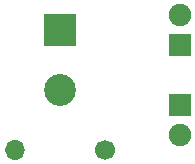
<source format=gbr>
%TF.GenerationSoftware,KiCad,Pcbnew,5.1.6-c6e7f7d~87~ubuntu20.04.1*%
%TF.CreationDate,2020-09-28T13:14:46-03:00*%
%TF.ProjectId,dois-leds,646f6973-2d6c-4656-9473-2e6b69636164,rev?*%
%TF.SameCoordinates,Original*%
%TF.FileFunction,Soldermask,Bot*%
%TF.FilePolarity,Negative*%
%FSLAX46Y46*%
G04 Gerber Fmt 4.6, Leading zero omitted, Abs format (unit mm)*
G04 Created by KiCad (PCBNEW 5.1.6-c6e7f7d~87~ubuntu20.04.1) date 2020-09-28 13:14:46*
%MOMM*%
%LPD*%
G01*
G04 APERTURE LIST*
%ADD10C,2.700000*%
%ADD11R,2.700000X2.700000*%
%ADD12O,1.700000X1.700000*%
%ADD13C,1.700000*%
%ADD14C,1.900000*%
%ADD15R,1.900000X1.900000*%
G04 APERTURE END LIST*
D10*
%TO.C,V1*%
X43180000Y-59690000D03*
D11*
X43180000Y-54610000D03*
%TD*%
D12*
%TO.C,R1*%
X39370000Y-64770000D03*
D13*
X46990000Y-64770000D03*
%TD*%
D14*
%TO.C,D2*%
X53340000Y-63500000D03*
D15*
X53340000Y-60960000D03*
%TD*%
D14*
%TO.C,D1*%
X53340000Y-53340000D03*
D15*
X53340000Y-55880000D03*
%TD*%
M02*

</source>
